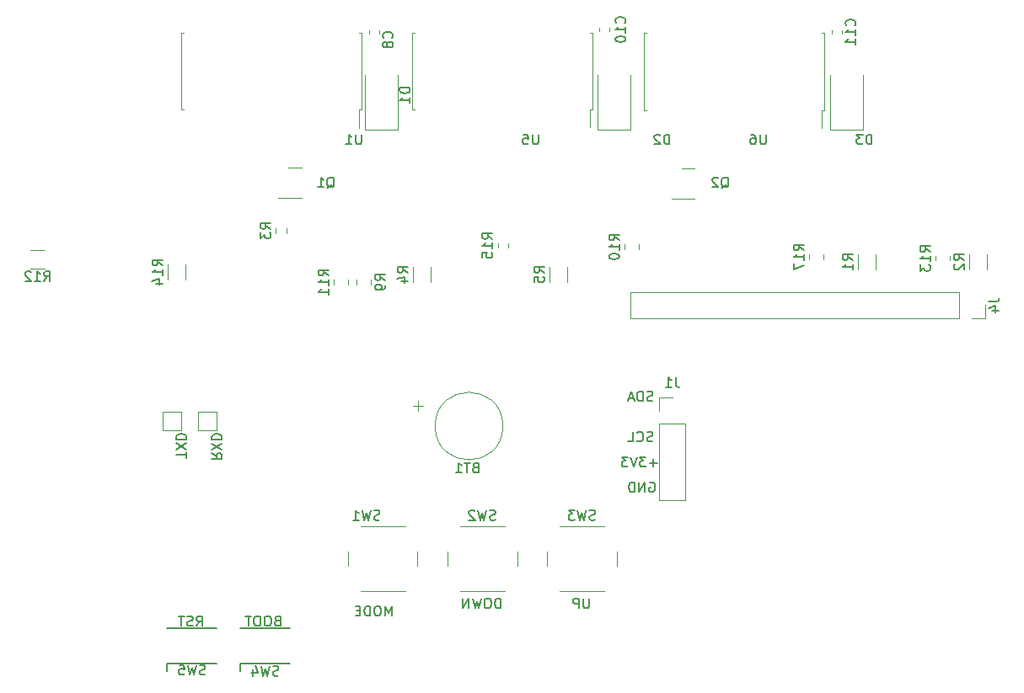
<source format=gbo>
%TF.GenerationSoftware,KiCad,Pcbnew,(7.0.0)*%
%TF.CreationDate,2023-08-29T20:45:16+09:00*%
%TF.ProjectId,IN-16_Nixie_Clock,494e2d31-365f-44e6-9978-69655f436c6f,rev?*%
%TF.SameCoordinates,Original*%
%TF.FileFunction,Legend,Bot*%
%TF.FilePolarity,Positive*%
%FSLAX46Y46*%
G04 Gerber Fmt 4.6, Leading zero omitted, Abs format (unit mm)*
G04 Created by KiCad (PCBNEW (7.0.0)) date 2023-08-29 20:45:16*
%MOMM*%
%LPD*%
G01*
G04 APERTURE LIST*
%ADD10C,0.150000*%
%ADD11C,0.120000*%
G04 APERTURE END LIST*
D10*
X115585904Y-93381428D02*
X114824000Y-93381428D01*
X115204952Y-93762380D02*
X115204952Y-93000476D01*
X114443047Y-92762380D02*
X113824000Y-92762380D01*
X113824000Y-92762380D02*
X114157333Y-93143333D01*
X114157333Y-93143333D02*
X114014476Y-93143333D01*
X114014476Y-93143333D02*
X113919238Y-93190952D01*
X113919238Y-93190952D02*
X113871619Y-93238571D01*
X113871619Y-93238571D02*
X113824000Y-93333809D01*
X113824000Y-93333809D02*
X113824000Y-93571904D01*
X113824000Y-93571904D02*
X113871619Y-93667142D01*
X113871619Y-93667142D02*
X113919238Y-93714761D01*
X113919238Y-93714761D02*
X114014476Y-93762380D01*
X114014476Y-93762380D02*
X114300190Y-93762380D01*
X114300190Y-93762380D02*
X114395428Y-93714761D01*
X114395428Y-93714761D02*
X114443047Y-93667142D01*
X113538285Y-92762380D02*
X113204952Y-93762380D01*
X113204952Y-93762380D02*
X112871619Y-92762380D01*
X112633523Y-92762380D02*
X112014476Y-92762380D01*
X112014476Y-92762380D02*
X112347809Y-93143333D01*
X112347809Y-93143333D02*
X112204952Y-93143333D01*
X112204952Y-93143333D02*
X112109714Y-93190952D01*
X112109714Y-93190952D02*
X112062095Y-93238571D01*
X112062095Y-93238571D02*
X112014476Y-93333809D01*
X112014476Y-93333809D02*
X112014476Y-93571904D01*
X112014476Y-93571904D02*
X112062095Y-93667142D01*
X112062095Y-93667142D02*
X112109714Y-93714761D01*
X112109714Y-93714761D02*
X112204952Y-93762380D01*
X112204952Y-93762380D02*
X112490666Y-93762380D01*
X112490666Y-93762380D02*
X112585904Y-93714761D01*
X112585904Y-93714761D02*
X112633523Y-93667142D01*
X77406571Y-109240571D02*
X77263714Y-109288190D01*
X77263714Y-109288190D02*
X77216095Y-109335809D01*
X77216095Y-109335809D02*
X77168476Y-109431047D01*
X77168476Y-109431047D02*
X77168476Y-109573904D01*
X77168476Y-109573904D02*
X77216095Y-109669142D01*
X77216095Y-109669142D02*
X77263714Y-109716761D01*
X77263714Y-109716761D02*
X77358952Y-109764380D01*
X77358952Y-109764380D02*
X77739904Y-109764380D01*
X77739904Y-109764380D02*
X77739904Y-108764380D01*
X77739904Y-108764380D02*
X77406571Y-108764380D01*
X77406571Y-108764380D02*
X77311333Y-108812000D01*
X77311333Y-108812000D02*
X77263714Y-108859619D01*
X77263714Y-108859619D02*
X77216095Y-108954857D01*
X77216095Y-108954857D02*
X77216095Y-109050095D01*
X77216095Y-109050095D02*
X77263714Y-109145333D01*
X77263714Y-109145333D02*
X77311333Y-109192952D01*
X77311333Y-109192952D02*
X77406571Y-109240571D01*
X77406571Y-109240571D02*
X77739904Y-109240571D01*
X76549428Y-108764380D02*
X76358952Y-108764380D01*
X76358952Y-108764380D02*
X76263714Y-108812000D01*
X76263714Y-108812000D02*
X76168476Y-108907238D01*
X76168476Y-108907238D02*
X76120857Y-109097714D01*
X76120857Y-109097714D02*
X76120857Y-109431047D01*
X76120857Y-109431047D02*
X76168476Y-109621523D01*
X76168476Y-109621523D02*
X76263714Y-109716761D01*
X76263714Y-109716761D02*
X76358952Y-109764380D01*
X76358952Y-109764380D02*
X76549428Y-109764380D01*
X76549428Y-109764380D02*
X76644666Y-109716761D01*
X76644666Y-109716761D02*
X76739904Y-109621523D01*
X76739904Y-109621523D02*
X76787523Y-109431047D01*
X76787523Y-109431047D02*
X76787523Y-109097714D01*
X76787523Y-109097714D02*
X76739904Y-108907238D01*
X76739904Y-108907238D02*
X76644666Y-108812000D01*
X76644666Y-108812000D02*
X76549428Y-108764380D01*
X75501809Y-108764380D02*
X75311333Y-108764380D01*
X75311333Y-108764380D02*
X75216095Y-108812000D01*
X75216095Y-108812000D02*
X75120857Y-108907238D01*
X75120857Y-108907238D02*
X75073238Y-109097714D01*
X75073238Y-109097714D02*
X75073238Y-109431047D01*
X75073238Y-109431047D02*
X75120857Y-109621523D01*
X75120857Y-109621523D02*
X75216095Y-109716761D01*
X75216095Y-109716761D02*
X75311333Y-109764380D01*
X75311333Y-109764380D02*
X75501809Y-109764380D01*
X75501809Y-109764380D02*
X75597047Y-109716761D01*
X75597047Y-109716761D02*
X75692285Y-109621523D01*
X75692285Y-109621523D02*
X75739904Y-109431047D01*
X75739904Y-109431047D02*
X75739904Y-109097714D01*
X75739904Y-109097714D02*
X75692285Y-108907238D01*
X75692285Y-108907238D02*
X75597047Y-108812000D01*
X75597047Y-108812000D02*
X75501809Y-108764380D01*
X74787523Y-108764380D02*
X74216095Y-108764380D01*
X74501809Y-109764380D02*
X74501809Y-108764380D01*
X114808095Y-95350000D02*
X114903333Y-95302380D01*
X114903333Y-95302380D02*
X115046190Y-95302380D01*
X115046190Y-95302380D02*
X115189047Y-95350000D01*
X115189047Y-95350000D02*
X115284285Y-95445238D01*
X115284285Y-95445238D02*
X115331904Y-95540476D01*
X115331904Y-95540476D02*
X115379523Y-95730952D01*
X115379523Y-95730952D02*
X115379523Y-95873809D01*
X115379523Y-95873809D02*
X115331904Y-96064285D01*
X115331904Y-96064285D02*
X115284285Y-96159523D01*
X115284285Y-96159523D02*
X115189047Y-96254761D01*
X115189047Y-96254761D02*
X115046190Y-96302380D01*
X115046190Y-96302380D02*
X114950952Y-96302380D01*
X114950952Y-96302380D02*
X114808095Y-96254761D01*
X114808095Y-96254761D02*
X114760476Y-96207142D01*
X114760476Y-96207142D02*
X114760476Y-95873809D01*
X114760476Y-95873809D02*
X114950952Y-95873809D01*
X114331904Y-96302380D02*
X114331904Y-95302380D01*
X114331904Y-95302380D02*
X113760476Y-96302380D01*
X113760476Y-96302380D02*
X113760476Y-95302380D01*
X113284285Y-96302380D02*
X113284285Y-95302380D01*
X113284285Y-95302380D02*
X113046190Y-95302380D01*
X113046190Y-95302380D02*
X112903333Y-95350000D01*
X112903333Y-95350000D02*
X112808095Y-95445238D01*
X112808095Y-95445238D02*
X112760476Y-95540476D01*
X112760476Y-95540476D02*
X112712857Y-95730952D01*
X112712857Y-95730952D02*
X112712857Y-95873809D01*
X112712857Y-95873809D02*
X112760476Y-96064285D01*
X112760476Y-96064285D02*
X112808095Y-96159523D01*
X112808095Y-96159523D02*
X112903333Y-96254761D01*
X112903333Y-96254761D02*
X113046190Y-96302380D01*
X113046190Y-96302380D02*
X113284285Y-96302380D01*
X115125523Y-87110761D02*
X114982666Y-87158380D01*
X114982666Y-87158380D02*
X114744571Y-87158380D01*
X114744571Y-87158380D02*
X114649333Y-87110761D01*
X114649333Y-87110761D02*
X114601714Y-87063142D01*
X114601714Y-87063142D02*
X114554095Y-86967904D01*
X114554095Y-86967904D02*
X114554095Y-86872666D01*
X114554095Y-86872666D02*
X114601714Y-86777428D01*
X114601714Y-86777428D02*
X114649333Y-86729809D01*
X114649333Y-86729809D02*
X114744571Y-86682190D01*
X114744571Y-86682190D02*
X114935047Y-86634571D01*
X114935047Y-86634571D02*
X115030285Y-86586952D01*
X115030285Y-86586952D02*
X115077904Y-86539333D01*
X115077904Y-86539333D02*
X115125523Y-86444095D01*
X115125523Y-86444095D02*
X115125523Y-86348857D01*
X115125523Y-86348857D02*
X115077904Y-86253619D01*
X115077904Y-86253619D02*
X115030285Y-86206000D01*
X115030285Y-86206000D02*
X114935047Y-86158380D01*
X114935047Y-86158380D02*
X114696952Y-86158380D01*
X114696952Y-86158380D02*
X114554095Y-86206000D01*
X114125523Y-87158380D02*
X114125523Y-86158380D01*
X114125523Y-86158380D02*
X113887428Y-86158380D01*
X113887428Y-86158380D02*
X113744571Y-86206000D01*
X113744571Y-86206000D02*
X113649333Y-86301238D01*
X113649333Y-86301238D02*
X113601714Y-86396476D01*
X113601714Y-86396476D02*
X113554095Y-86586952D01*
X113554095Y-86586952D02*
X113554095Y-86729809D01*
X113554095Y-86729809D02*
X113601714Y-86920285D01*
X113601714Y-86920285D02*
X113649333Y-87015523D01*
X113649333Y-87015523D02*
X113744571Y-87110761D01*
X113744571Y-87110761D02*
X113887428Y-87158380D01*
X113887428Y-87158380D02*
X114125523Y-87158380D01*
X113173142Y-86872666D02*
X112696952Y-86872666D01*
X113268380Y-87158380D02*
X112935047Y-86158380D01*
X112935047Y-86158380D02*
X112601714Y-87158380D01*
X68273619Y-92868761D02*
X68273619Y-92297333D01*
X67273619Y-92583047D02*
X68273619Y-92583047D01*
X68273619Y-92059237D02*
X67273619Y-91392571D01*
X68273619Y-91392571D02*
X67273619Y-92059237D01*
X67273619Y-91011618D02*
X68273619Y-91011618D01*
X68273619Y-91011618D02*
X68273619Y-90773523D01*
X68273619Y-90773523D02*
X68226000Y-90630666D01*
X68226000Y-90630666D02*
X68130761Y-90535428D01*
X68130761Y-90535428D02*
X68035523Y-90487809D01*
X68035523Y-90487809D02*
X67845047Y-90440190D01*
X67845047Y-90440190D02*
X67702190Y-90440190D01*
X67702190Y-90440190D02*
X67511714Y-90487809D01*
X67511714Y-90487809D02*
X67416476Y-90535428D01*
X67416476Y-90535428D02*
X67321238Y-90630666D01*
X67321238Y-90630666D02*
X67273619Y-90773523D01*
X67273619Y-90773523D02*
X67273619Y-91011618D01*
X69294476Y-109764380D02*
X69627809Y-109288190D01*
X69865904Y-109764380D02*
X69865904Y-108764380D01*
X69865904Y-108764380D02*
X69484952Y-108764380D01*
X69484952Y-108764380D02*
X69389714Y-108812000D01*
X69389714Y-108812000D02*
X69342095Y-108859619D01*
X69342095Y-108859619D02*
X69294476Y-108954857D01*
X69294476Y-108954857D02*
X69294476Y-109097714D01*
X69294476Y-109097714D02*
X69342095Y-109192952D01*
X69342095Y-109192952D02*
X69389714Y-109240571D01*
X69389714Y-109240571D02*
X69484952Y-109288190D01*
X69484952Y-109288190D02*
X69865904Y-109288190D01*
X68913523Y-109716761D02*
X68770666Y-109764380D01*
X68770666Y-109764380D02*
X68532571Y-109764380D01*
X68532571Y-109764380D02*
X68437333Y-109716761D01*
X68437333Y-109716761D02*
X68389714Y-109669142D01*
X68389714Y-109669142D02*
X68342095Y-109573904D01*
X68342095Y-109573904D02*
X68342095Y-109478666D01*
X68342095Y-109478666D02*
X68389714Y-109383428D01*
X68389714Y-109383428D02*
X68437333Y-109335809D01*
X68437333Y-109335809D02*
X68532571Y-109288190D01*
X68532571Y-109288190D02*
X68723047Y-109240571D01*
X68723047Y-109240571D02*
X68818285Y-109192952D01*
X68818285Y-109192952D02*
X68865904Y-109145333D01*
X68865904Y-109145333D02*
X68913523Y-109050095D01*
X68913523Y-109050095D02*
X68913523Y-108954857D01*
X68913523Y-108954857D02*
X68865904Y-108859619D01*
X68865904Y-108859619D02*
X68818285Y-108812000D01*
X68818285Y-108812000D02*
X68723047Y-108764380D01*
X68723047Y-108764380D02*
X68484952Y-108764380D01*
X68484952Y-108764380D02*
X68342095Y-108812000D01*
X68056380Y-108764380D02*
X67484952Y-108764380D01*
X67770666Y-109764380D02*
X67770666Y-108764380D01*
X70829619Y-92408476D02*
X71305809Y-92741809D01*
X70829619Y-92979904D02*
X71829619Y-92979904D01*
X71829619Y-92979904D02*
X71829619Y-92598952D01*
X71829619Y-92598952D02*
X71782000Y-92503714D01*
X71782000Y-92503714D02*
X71734380Y-92456095D01*
X71734380Y-92456095D02*
X71639142Y-92408476D01*
X71639142Y-92408476D02*
X71496285Y-92408476D01*
X71496285Y-92408476D02*
X71401047Y-92456095D01*
X71401047Y-92456095D02*
X71353428Y-92503714D01*
X71353428Y-92503714D02*
X71305809Y-92598952D01*
X71305809Y-92598952D02*
X71305809Y-92979904D01*
X71829619Y-92075142D02*
X70829619Y-91408476D01*
X71829619Y-91408476D02*
X70829619Y-92075142D01*
X70829619Y-91027523D02*
X71829619Y-91027523D01*
X71829619Y-91027523D02*
X71829619Y-90789428D01*
X71829619Y-90789428D02*
X71782000Y-90646571D01*
X71782000Y-90646571D02*
X71686761Y-90551333D01*
X71686761Y-90551333D02*
X71591523Y-90503714D01*
X71591523Y-90503714D02*
X71401047Y-90456095D01*
X71401047Y-90456095D02*
X71258190Y-90456095D01*
X71258190Y-90456095D02*
X71067714Y-90503714D01*
X71067714Y-90503714D02*
X70972476Y-90551333D01*
X70972476Y-90551333D02*
X70877238Y-90646571D01*
X70877238Y-90646571D02*
X70829619Y-90789428D01*
X70829619Y-90789428D02*
X70829619Y-91027523D01*
X108727904Y-106986380D02*
X108727904Y-107795904D01*
X108727904Y-107795904D02*
X108680285Y-107891142D01*
X108680285Y-107891142D02*
X108632666Y-107938761D01*
X108632666Y-107938761D02*
X108537428Y-107986380D01*
X108537428Y-107986380D02*
X108346952Y-107986380D01*
X108346952Y-107986380D02*
X108251714Y-107938761D01*
X108251714Y-107938761D02*
X108204095Y-107891142D01*
X108204095Y-107891142D02*
X108156476Y-107795904D01*
X108156476Y-107795904D02*
X108156476Y-106986380D01*
X107680285Y-107986380D02*
X107680285Y-106986380D01*
X107680285Y-106986380D02*
X107299333Y-106986380D01*
X107299333Y-106986380D02*
X107204095Y-107034000D01*
X107204095Y-107034000D02*
X107156476Y-107081619D01*
X107156476Y-107081619D02*
X107108857Y-107176857D01*
X107108857Y-107176857D02*
X107108857Y-107319714D01*
X107108857Y-107319714D02*
X107156476Y-107414952D01*
X107156476Y-107414952D02*
X107204095Y-107462571D01*
X107204095Y-107462571D02*
X107299333Y-107510190D01*
X107299333Y-107510190D02*
X107680285Y-107510190D01*
X115125523Y-91174761D02*
X114982666Y-91222380D01*
X114982666Y-91222380D02*
X114744571Y-91222380D01*
X114744571Y-91222380D02*
X114649333Y-91174761D01*
X114649333Y-91174761D02*
X114601714Y-91127142D01*
X114601714Y-91127142D02*
X114554095Y-91031904D01*
X114554095Y-91031904D02*
X114554095Y-90936666D01*
X114554095Y-90936666D02*
X114601714Y-90841428D01*
X114601714Y-90841428D02*
X114649333Y-90793809D01*
X114649333Y-90793809D02*
X114744571Y-90746190D01*
X114744571Y-90746190D02*
X114935047Y-90698571D01*
X114935047Y-90698571D02*
X115030285Y-90650952D01*
X115030285Y-90650952D02*
X115077904Y-90603333D01*
X115077904Y-90603333D02*
X115125523Y-90508095D01*
X115125523Y-90508095D02*
X115125523Y-90412857D01*
X115125523Y-90412857D02*
X115077904Y-90317619D01*
X115077904Y-90317619D02*
X115030285Y-90270000D01*
X115030285Y-90270000D02*
X114935047Y-90222380D01*
X114935047Y-90222380D02*
X114696952Y-90222380D01*
X114696952Y-90222380D02*
X114554095Y-90270000D01*
X113554095Y-91127142D02*
X113601714Y-91174761D01*
X113601714Y-91174761D02*
X113744571Y-91222380D01*
X113744571Y-91222380D02*
X113839809Y-91222380D01*
X113839809Y-91222380D02*
X113982666Y-91174761D01*
X113982666Y-91174761D02*
X114077904Y-91079523D01*
X114077904Y-91079523D02*
X114125523Y-90984285D01*
X114125523Y-90984285D02*
X114173142Y-90793809D01*
X114173142Y-90793809D02*
X114173142Y-90650952D01*
X114173142Y-90650952D02*
X114125523Y-90460476D01*
X114125523Y-90460476D02*
X114077904Y-90365238D01*
X114077904Y-90365238D02*
X113982666Y-90270000D01*
X113982666Y-90270000D02*
X113839809Y-90222380D01*
X113839809Y-90222380D02*
X113744571Y-90222380D01*
X113744571Y-90222380D02*
X113601714Y-90270000D01*
X113601714Y-90270000D02*
X113554095Y-90317619D01*
X112649333Y-91222380D02*
X113125523Y-91222380D01*
X113125523Y-91222380D02*
X113125523Y-90222380D01*
X88915904Y-108748380D02*
X88915904Y-107748380D01*
X88915904Y-107748380D02*
X88582571Y-108462666D01*
X88582571Y-108462666D02*
X88249238Y-107748380D01*
X88249238Y-107748380D02*
X88249238Y-108748380D01*
X87582571Y-107748380D02*
X87392095Y-107748380D01*
X87392095Y-107748380D02*
X87296857Y-107796000D01*
X87296857Y-107796000D02*
X87201619Y-107891238D01*
X87201619Y-107891238D02*
X87154000Y-108081714D01*
X87154000Y-108081714D02*
X87154000Y-108415047D01*
X87154000Y-108415047D02*
X87201619Y-108605523D01*
X87201619Y-108605523D02*
X87296857Y-108700761D01*
X87296857Y-108700761D02*
X87392095Y-108748380D01*
X87392095Y-108748380D02*
X87582571Y-108748380D01*
X87582571Y-108748380D02*
X87677809Y-108700761D01*
X87677809Y-108700761D02*
X87773047Y-108605523D01*
X87773047Y-108605523D02*
X87820666Y-108415047D01*
X87820666Y-108415047D02*
X87820666Y-108081714D01*
X87820666Y-108081714D02*
X87773047Y-107891238D01*
X87773047Y-107891238D02*
X87677809Y-107796000D01*
X87677809Y-107796000D02*
X87582571Y-107748380D01*
X86725428Y-108748380D02*
X86725428Y-107748380D01*
X86725428Y-107748380D02*
X86487333Y-107748380D01*
X86487333Y-107748380D02*
X86344476Y-107796000D01*
X86344476Y-107796000D02*
X86249238Y-107891238D01*
X86249238Y-107891238D02*
X86201619Y-107986476D01*
X86201619Y-107986476D02*
X86154000Y-108176952D01*
X86154000Y-108176952D02*
X86154000Y-108319809D01*
X86154000Y-108319809D02*
X86201619Y-108510285D01*
X86201619Y-108510285D02*
X86249238Y-108605523D01*
X86249238Y-108605523D02*
X86344476Y-108700761D01*
X86344476Y-108700761D02*
X86487333Y-108748380D01*
X86487333Y-108748380D02*
X86725428Y-108748380D01*
X85725428Y-108224571D02*
X85392095Y-108224571D01*
X85249238Y-108748380D02*
X85725428Y-108748380D01*
X85725428Y-108748380D02*
X85725428Y-107748380D01*
X85725428Y-107748380D02*
X85249238Y-107748380D01*
X99837904Y-107986380D02*
X99837904Y-106986380D01*
X99837904Y-106986380D02*
X99599809Y-106986380D01*
X99599809Y-106986380D02*
X99456952Y-107034000D01*
X99456952Y-107034000D02*
X99361714Y-107129238D01*
X99361714Y-107129238D02*
X99314095Y-107224476D01*
X99314095Y-107224476D02*
X99266476Y-107414952D01*
X99266476Y-107414952D02*
X99266476Y-107557809D01*
X99266476Y-107557809D02*
X99314095Y-107748285D01*
X99314095Y-107748285D02*
X99361714Y-107843523D01*
X99361714Y-107843523D02*
X99456952Y-107938761D01*
X99456952Y-107938761D02*
X99599809Y-107986380D01*
X99599809Y-107986380D02*
X99837904Y-107986380D01*
X98647428Y-106986380D02*
X98456952Y-106986380D01*
X98456952Y-106986380D02*
X98361714Y-107034000D01*
X98361714Y-107034000D02*
X98266476Y-107129238D01*
X98266476Y-107129238D02*
X98218857Y-107319714D01*
X98218857Y-107319714D02*
X98218857Y-107653047D01*
X98218857Y-107653047D02*
X98266476Y-107843523D01*
X98266476Y-107843523D02*
X98361714Y-107938761D01*
X98361714Y-107938761D02*
X98456952Y-107986380D01*
X98456952Y-107986380D02*
X98647428Y-107986380D01*
X98647428Y-107986380D02*
X98742666Y-107938761D01*
X98742666Y-107938761D02*
X98837904Y-107843523D01*
X98837904Y-107843523D02*
X98885523Y-107653047D01*
X98885523Y-107653047D02*
X98885523Y-107319714D01*
X98885523Y-107319714D02*
X98837904Y-107129238D01*
X98837904Y-107129238D02*
X98742666Y-107034000D01*
X98742666Y-107034000D02*
X98647428Y-106986380D01*
X97885523Y-106986380D02*
X97647428Y-107986380D01*
X97647428Y-107986380D02*
X97456952Y-107272095D01*
X97456952Y-107272095D02*
X97266476Y-107986380D01*
X97266476Y-107986380D02*
X97028381Y-106986380D01*
X96647428Y-107986380D02*
X96647428Y-106986380D01*
X96647428Y-106986380D02*
X96076000Y-107986380D01*
X96076000Y-107986380D02*
X96076000Y-106986380D01*
%TO.C,BT1*%
X97305714Y-93823571D02*
X97162857Y-93871190D01*
X97162857Y-93871190D02*
X97115238Y-93918809D01*
X97115238Y-93918809D02*
X97067619Y-94014047D01*
X97067619Y-94014047D02*
X97067619Y-94156904D01*
X97067619Y-94156904D02*
X97115238Y-94252142D01*
X97115238Y-94252142D02*
X97162857Y-94299761D01*
X97162857Y-94299761D02*
X97258095Y-94347380D01*
X97258095Y-94347380D02*
X97639047Y-94347380D01*
X97639047Y-94347380D02*
X97639047Y-93347380D01*
X97639047Y-93347380D02*
X97305714Y-93347380D01*
X97305714Y-93347380D02*
X97210476Y-93395000D01*
X97210476Y-93395000D02*
X97162857Y-93442619D01*
X97162857Y-93442619D02*
X97115238Y-93537857D01*
X97115238Y-93537857D02*
X97115238Y-93633095D01*
X97115238Y-93633095D02*
X97162857Y-93728333D01*
X97162857Y-93728333D02*
X97210476Y-93775952D01*
X97210476Y-93775952D02*
X97305714Y-93823571D01*
X97305714Y-93823571D02*
X97639047Y-93823571D01*
X96781904Y-93347380D02*
X96210476Y-93347380D01*
X96496190Y-94347380D02*
X96496190Y-93347380D01*
X95353333Y-94347380D02*
X95924761Y-94347380D01*
X95639047Y-94347380D02*
X95639047Y-93347380D01*
X95639047Y-93347380D02*
X95734285Y-93490238D01*
X95734285Y-93490238D02*
X95829523Y-93585476D01*
X95829523Y-93585476D02*
X95924761Y-93633095D01*
%TO.C,SW3*%
X109333332Y-99069761D02*
X109190475Y-99117380D01*
X109190475Y-99117380D02*
X108952380Y-99117380D01*
X108952380Y-99117380D02*
X108857142Y-99069761D01*
X108857142Y-99069761D02*
X108809523Y-99022142D01*
X108809523Y-99022142D02*
X108761904Y-98926904D01*
X108761904Y-98926904D02*
X108761904Y-98831666D01*
X108761904Y-98831666D02*
X108809523Y-98736428D01*
X108809523Y-98736428D02*
X108857142Y-98688809D01*
X108857142Y-98688809D02*
X108952380Y-98641190D01*
X108952380Y-98641190D02*
X109142856Y-98593571D01*
X109142856Y-98593571D02*
X109238094Y-98545952D01*
X109238094Y-98545952D02*
X109285713Y-98498333D01*
X109285713Y-98498333D02*
X109333332Y-98403095D01*
X109333332Y-98403095D02*
X109333332Y-98307857D01*
X109333332Y-98307857D02*
X109285713Y-98212619D01*
X109285713Y-98212619D02*
X109238094Y-98165000D01*
X109238094Y-98165000D02*
X109142856Y-98117380D01*
X109142856Y-98117380D02*
X108904761Y-98117380D01*
X108904761Y-98117380D02*
X108761904Y-98165000D01*
X108428570Y-98117380D02*
X108190475Y-99117380D01*
X108190475Y-99117380D02*
X107999999Y-98403095D01*
X107999999Y-98403095D02*
X107809523Y-99117380D01*
X107809523Y-99117380D02*
X107571428Y-98117380D01*
X107285713Y-98117380D02*
X106666666Y-98117380D01*
X106666666Y-98117380D02*
X106999999Y-98498333D01*
X106999999Y-98498333D02*
X106857142Y-98498333D01*
X106857142Y-98498333D02*
X106761904Y-98545952D01*
X106761904Y-98545952D02*
X106714285Y-98593571D01*
X106714285Y-98593571D02*
X106666666Y-98688809D01*
X106666666Y-98688809D02*
X106666666Y-98926904D01*
X106666666Y-98926904D02*
X106714285Y-99022142D01*
X106714285Y-99022142D02*
X106761904Y-99069761D01*
X106761904Y-99069761D02*
X106857142Y-99117380D01*
X106857142Y-99117380D02*
X107142856Y-99117380D01*
X107142856Y-99117380D02*
X107238094Y-99069761D01*
X107238094Y-99069761D02*
X107285713Y-99022142D01*
%TO.C,SW4*%
X77533332Y-114719761D02*
X77390475Y-114767380D01*
X77390475Y-114767380D02*
X77152380Y-114767380D01*
X77152380Y-114767380D02*
X77057142Y-114719761D01*
X77057142Y-114719761D02*
X77009523Y-114672142D01*
X77009523Y-114672142D02*
X76961904Y-114576904D01*
X76961904Y-114576904D02*
X76961904Y-114481666D01*
X76961904Y-114481666D02*
X77009523Y-114386428D01*
X77009523Y-114386428D02*
X77057142Y-114338809D01*
X77057142Y-114338809D02*
X77152380Y-114291190D01*
X77152380Y-114291190D02*
X77342856Y-114243571D01*
X77342856Y-114243571D02*
X77438094Y-114195952D01*
X77438094Y-114195952D02*
X77485713Y-114148333D01*
X77485713Y-114148333D02*
X77533332Y-114053095D01*
X77533332Y-114053095D02*
X77533332Y-113957857D01*
X77533332Y-113957857D02*
X77485713Y-113862619D01*
X77485713Y-113862619D02*
X77438094Y-113815000D01*
X77438094Y-113815000D02*
X77342856Y-113767380D01*
X77342856Y-113767380D02*
X77104761Y-113767380D01*
X77104761Y-113767380D02*
X76961904Y-113815000D01*
X76628570Y-113767380D02*
X76390475Y-114767380D01*
X76390475Y-114767380D02*
X76199999Y-114053095D01*
X76199999Y-114053095D02*
X76009523Y-114767380D01*
X76009523Y-114767380D02*
X75771428Y-113767380D01*
X74961904Y-114100714D02*
X74961904Y-114767380D01*
X75199999Y-113719761D02*
X75438094Y-114434047D01*
X75438094Y-114434047D02*
X74819047Y-114434047D01*
%TO.C,R2*%
X146375380Y-72985333D02*
X145899190Y-72652000D01*
X146375380Y-72413905D02*
X145375380Y-72413905D01*
X145375380Y-72413905D02*
X145375380Y-72794857D01*
X145375380Y-72794857D02*
X145423000Y-72890095D01*
X145423000Y-72890095D02*
X145470619Y-72937714D01*
X145470619Y-72937714D02*
X145565857Y-72985333D01*
X145565857Y-72985333D02*
X145708714Y-72985333D01*
X145708714Y-72985333D02*
X145803952Y-72937714D01*
X145803952Y-72937714D02*
X145851571Y-72890095D01*
X145851571Y-72890095D02*
X145899190Y-72794857D01*
X145899190Y-72794857D02*
X145899190Y-72413905D01*
X145470619Y-73366286D02*
X145423000Y-73413905D01*
X145423000Y-73413905D02*
X145375380Y-73509143D01*
X145375380Y-73509143D02*
X145375380Y-73747238D01*
X145375380Y-73747238D02*
X145423000Y-73842476D01*
X145423000Y-73842476D02*
X145470619Y-73890095D01*
X145470619Y-73890095D02*
X145565857Y-73937714D01*
X145565857Y-73937714D02*
X145661095Y-73937714D01*
X145661095Y-73937714D02*
X145803952Y-73890095D01*
X145803952Y-73890095D02*
X146375380Y-73318667D01*
X146375380Y-73318667D02*
X146375380Y-73937714D01*
%TO.C,SW2*%
X99333332Y-99069761D02*
X99190475Y-99117380D01*
X99190475Y-99117380D02*
X98952380Y-99117380D01*
X98952380Y-99117380D02*
X98857142Y-99069761D01*
X98857142Y-99069761D02*
X98809523Y-99022142D01*
X98809523Y-99022142D02*
X98761904Y-98926904D01*
X98761904Y-98926904D02*
X98761904Y-98831666D01*
X98761904Y-98831666D02*
X98809523Y-98736428D01*
X98809523Y-98736428D02*
X98857142Y-98688809D01*
X98857142Y-98688809D02*
X98952380Y-98641190D01*
X98952380Y-98641190D02*
X99142856Y-98593571D01*
X99142856Y-98593571D02*
X99238094Y-98545952D01*
X99238094Y-98545952D02*
X99285713Y-98498333D01*
X99285713Y-98498333D02*
X99333332Y-98403095D01*
X99333332Y-98403095D02*
X99333332Y-98307857D01*
X99333332Y-98307857D02*
X99285713Y-98212619D01*
X99285713Y-98212619D02*
X99238094Y-98165000D01*
X99238094Y-98165000D02*
X99142856Y-98117380D01*
X99142856Y-98117380D02*
X98904761Y-98117380D01*
X98904761Y-98117380D02*
X98761904Y-98165000D01*
X98428570Y-98117380D02*
X98190475Y-99117380D01*
X98190475Y-99117380D02*
X97999999Y-98403095D01*
X97999999Y-98403095D02*
X97809523Y-99117380D01*
X97809523Y-99117380D02*
X97571428Y-98117380D01*
X97238094Y-98212619D02*
X97190475Y-98165000D01*
X97190475Y-98165000D02*
X97095237Y-98117380D01*
X97095237Y-98117380D02*
X96857142Y-98117380D01*
X96857142Y-98117380D02*
X96761904Y-98165000D01*
X96761904Y-98165000D02*
X96714285Y-98212619D01*
X96714285Y-98212619D02*
X96666666Y-98307857D01*
X96666666Y-98307857D02*
X96666666Y-98403095D01*
X96666666Y-98403095D02*
X96714285Y-98545952D01*
X96714285Y-98545952D02*
X97285713Y-99117380D01*
X97285713Y-99117380D02*
X96666666Y-99117380D01*
%TO.C,D3*%
X137136094Y-61327380D02*
X137136094Y-60327380D01*
X137136094Y-60327380D02*
X136897999Y-60327380D01*
X136897999Y-60327380D02*
X136755142Y-60375000D01*
X136755142Y-60375000D02*
X136659904Y-60470238D01*
X136659904Y-60470238D02*
X136612285Y-60565476D01*
X136612285Y-60565476D02*
X136564666Y-60755952D01*
X136564666Y-60755952D02*
X136564666Y-60898809D01*
X136564666Y-60898809D02*
X136612285Y-61089285D01*
X136612285Y-61089285D02*
X136659904Y-61184523D01*
X136659904Y-61184523D02*
X136755142Y-61279761D01*
X136755142Y-61279761D02*
X136897999Y-61327380D01*
X136897999Y-61327380D02*
X137136094Y-61327380D01*
X136231332Y-60327380D02*
X135612285Y-60327380D01*
X135612285Y-60327380D02*
X135945618Y-60708333D01*
X135945618Y-60708333D02*
X135802761Y-60708333D01*
X135802761Y-60708333D02*
X135707523Y-60755952D01*
X135707523Y-60755952D02*
X135659904Y-60803571D01*
X135659904Y-60803571D02*
X135612285Y-60898809D01*
X135612285Y-60898809D02*
X135612285Y-61136904D01*
X135612285Y-61136904D02*
X135659904Y-61232142D01*
X135659904Y-61232142D02*
X135707523Y-61279761D01*
X135707523Y-61279761D02*
X135802761Y-61327380D01*
X135802761Y-61327380D02*
X136088475Y-61327380D01*
X136088475Y-61327380D02*
X136183713Y-61279761D01*
X136183713Y-61279761D02*
X136231332Y-61232142D01*
%TO.C,SW1*%
X87693332Y-99069761D02*
X87550475Y-99117380D01*
X87550475Y-99117380D02*
X87312380Y-99117380D01*
X87312380Y-99117380D02*
X87217142Y-99069761D01*
X87217142Y-99069761D02*
X87169523Y-99022142D01*
X87169523Y-99022142D02*
X87121904Y-98926904D01*
X87121904Y-98926904D02*
X87121904Y-98831666D01*
X87121904Y-98831666D02*
X87169523Y-98736428D01*
X87169523Y-98736428D02*
X87217142Y-98688809D01*
X87217142Y-98688809D02*
X87312380Y-98641190D01*
X87312380Y-98641190D02*
X87502856Y-98593571D01*
X87502856Y-98593571D02*
X87598094Y-98545952D01*
X87598094Y-98545952D02*
X87645713Y-98498333D01*
X87645713Y-98498333D02*
X87693332Y-98403095D01*
X87693332Y-98403095D02*
X87693332Y-98307857D01*
X87693332Y-98307857D02*
X87645713Y-98212619D01*
X87645713Y-98212619D02*
X87598094Y-98165000D01*
X87598094Y-98165000D02*
X87502856Y-98117380D01*
X87502856Y-98117380D02*
X87264761Y-98117380D01*
X87264761Y-98117380D02*
X87121904Y-98165000D01*
X86788570Y-98117380D02*
X86550475Y-99117380D01*
X86550475Y-99117380D02*
X86359999Y-98403095D01*
X86359999Y-98403095D02*
X86169523Y-99117380D01*
X86169523Y-99117380D02*
X85931428Y-98117380D01*
X85026666Y-99117380D02*
X85598094Y-99117380D01*
X85312380Y-99117380D02*
X85312380Y-98117380D01*
X85312380Y-98117380D02*
X85407618Y-98260238D01*
X85407618Y-98260238D02*
X85502856Y-98355476D01*
X85502856Y-98355476D02*
X85598094Y-98403095D01*
%TO.C,Q1*%
X82391238Y-65740619D02*
X82486476Y-65693000D01*
X82486476Y-65693000D02*
X82581714Y-65597761D01*
X82581714Y-65597761D02*
X82724571Y-65454904D01*
X82724571Y-65454904D02*
X82819809Y-65407285D01*
X82819809Y-65407285D02*
X82915047Y-65407285D01*
X82867428Y-65645380D02*
X82962666Y-65597761D01*
X82962666Y-65597761D02*
X83057904Y-65502523D01*
X83057904Y-65502523D02*
X83105523Y-65312047D01*
X83105523Y-65312047D02*
X83105523Y-64978714D01*
X83105523Y-64978714D02*
X83057904Y-64788238D01*
X83057904Y-64788238D02*
X82962666Y-64693000D01*
X82962666Y-64693000D02*
X82867428Y-64645380D01*
X82867428Y-64645380D02*
X82676952Y-64645380D01*
X82676952Y-64645380D02*
X82581714Y-64693000D01*
X82581714Y-64693000D02*
X82486476Y-64788238D01*
X82486476Y-64788238D02*
X82438857Y-64978714D01*
X82438857Y-64978714D02*
X82438857Y-65312047D01*
X82438857Y-65312047D02*
X82486476Y-65502523D01*
X82486476Y-65502523D02*
X82581714Y-65597761D01*
X82581714Y-65597761D02*
X82676952Y-65645380D01*
X82676952Y-65645380D02*
X82867428Y-65645380D01*
X81486476Y-65645380D02*
X82057904Y-65645380D01*
X81772190Y-65645380D02*
X81772190Y-64645380D01*
X81772190Y-64645380D02*
X81867428Y-64788238D01*
X81867428Y-64788238D02*
X81962666Y-64883476D01*
X81962666Y-64883476D02*
X82057904Y-64931095D01*
%TO.C,U1*%
X85851904Y-60327380D02*
X85851904Y-61136904D01*
X85851904Y-61136904D02*
X85804285Y-61232142D01*
X85804285Y-61232142D02*
X85756666Y-61279761D01*
X85756666Y-61279761D02*
X85661428Y-61327380D01*
X85661428Y-61327380D02*
X85470952Y-61327380D01*
X85470952Y-61327380D02*
X85375714Y-61279761D01*
X85375714Y-61279761D02*
X85328095Y-61232142D01*
X85328095Y-61232142D02*
X85280476Y-61136904D01*
X85280476Y-61136904D02*
X85280476Y-60327380D01*
X84280476Y-61327380D02*
X84851904Y-61327380D01*
X84566190Y-61327380D02*
X84566190Y-60327380D01*
X84566190Y-60327380D02*
X84661428Y-60470238D01*
X84661428Y-60470238D02*
X84756666Y-60565476D01*
X84756666Y-60565476D02*
X84851904Y-60613095D01*
%TO.C,R4*%
X90495380Y-74255333D02*
X90019190Y-73922000D01*
X90495380Y-73683905D02*
X89495380Y-73683905D01*
X89495380Y-73683905D02*
X89495380Y-74064857D01*
X89495380Y-74064857D02*
X89543000Y-74160095D01*
X89543000Y-74160095D02*
X89590619Y-74207714D01*
X89590619Y-74207714D02*
X89685857Y-74255333D01*
X89685857Y-74255333D02*
X89828714Y-74255333D01*
X89828714Y-74255333D02*
X89923952Y-74207714D01*
X89923952Y-74207714D02*
X89971571Y-74160095D01*
X89971571Y-74160095D02*
X90019190Y-74064857D01*
X90019190Y-74064857D02*
X90019190Y-73683905D01*
X89828714Y-75112476D02*
X90495380Y-75112476D01*
X89447761Y-74874381D02*
X90162047Y-74636286D01*
X90162047Y-74636286D02*
X90162047Y-75255333D01*
%TO.C,C8*%
X88918142Y-50633333D02*
X88965761Y-50585714D01*
X88965761Y-50585714D02*
X89013380Y-50442857D01*
X89013380Y-50442857D02*
X89013380Y-50347619D01*
X89013380Y-50347619D02*
X88965761Y-50204762D01*
X88965761Y-50204762D02*
X88870523Y-50109524D01*
X88870523Y-50109524D02*
X88775285Y-50061905D01*
X88775285Y-50061905D02*
X88584809Y-50014286D01*
X88584809Y-50014286D02*
X88441952Y-50014286D01*
X88441952Y-50014286D02*
X88251476Y-50061905D01*
X88251476Y-50061905D02*
X88156238Y-50109524D01*
X88156238Y-50109524D02*
X88061000Y-50204762D01*
X88061000Y-50204762D02*
X88013380Y-50347619D01*
X88013380Y-50347619D02*
X88013380Y-50442857D01*
X88013380Y-50442857D02*
X88061000Y-50585714D01*
X88061000Y-50585714D02*
X88108619Y-50633333D01*
X88441952Y-51204762D02*
X88394333Y-51109524D01*
X88394333Y-51109524D02*
X88346714Y-51061905D01*
X88346714Y-51061905D02*
X88251476Y-51014286D01*
X88251476Y-51014286D02*
X88203857Y-51014286D01*
X88203857Y-51014286D02*
X88108619Y-51061905D01*
X88108619Y-51061905D02*
X88061000Y-51109524D01*
X88061000Y-51109524D02*
X88013380Y-51204762D01*
X88013380Y-51204762D02*
X88013380Y-51395238D01*
X88013380Y-51395238D02*
X88061000Y-51490476D01*
X88061000Y-51490476D02*
X88108619Y-51538095D01*
X88108619Y-51538095D02*
X88203857Y-51585714D01*
X88203857Y-51585714D02*
X88251476Y-51585714D01*
X88251476Y-51585714D02*
X88346714Y-51538095D01*
X88346714Y-51538095D02*
X88394333Y-51490476D01*
X88394333Y-51490476D02*
X88441952Y-51395238D01*
X88441952Y-51395238D02*
X88441952Y-51204762D01*
X88441952Y-51204762D02*
X88489571Y-51109524D01*
X88489571Y-51109524D02*
X88537190Y-51061905D01*
X88537190Y-51061905D02*
X88632428Y-51014286D01*
X88632428Y-51014286D02*
X88822904Y-51014286D01*
X88822904Y-51014286D02*
X88918142Y-51061905D01*
X88918142Y-51061905D02*
X88965761Y-51109524D01*
X88965761Y-51109524D02*
X89013380Y-51204762D01*
X89013380Y-51204762D02*
X89013380Y-51395238D01*
X89013380Y-51395238D02*
X88965761Y-51490476D01*
X88965761Y-51490476D02*
X88918142Y-51538095D01*
X88918142Y-51538095D02*
X88822904Y-51585714D01*
X88822904Y-51585714D02*
X88632428Y-51585714D01*
X88632428Y-51585714D02*
X88537190Y-51538095D01*
X88537190Y-51538095D02*
X88489571Y-51490476D01*
X88489571Y-51490476D02*
X88441952Y-51395238D01*
%TO.C,R12*%
X53982857Y-75085380D02*
X54316190Y-74609190D01*
X54554285Y-75085380D02*
X54554285Y-74085380D01*
X54554285Y-74085380D02*
X54173333Y-74085380D01*
X54173333Y-74085380D02*
X54078095Y-74133000D01*
X54078095Y-74133000D02*
X54030476Y-74180619D01*
X54030476Y-74180619D02*
X53982857Y-74275857D01*
X53982857Y-74275857D02*
X53982857Y-74418714D01*
X53982857Y-74418714D02*
X54030476Y-74513952D01*
X54030476Y-74513952D02*
X54078095Y-74561571D01*
X54078095Y-74561571D02*
X54173333Y-74609190D01*
X54173333Y-74609190D02*
X54554285Y-74609190D01*
X53030476Y-75085380D02*
X53601904Y-75085380D01*
X53316190Y-75085380D02*
X53316190Y-74085380D01*
X53316190Y-74085380D02*
X53411428Y-74228238D01*
X53411428Y-74228238D02*
X53506666Y-74323476D01*
X53506666Y-74323476D02*
X53601904Y-74371095D01*
X52649523Y-74180619D02*
X52601904Y-74133000D01*
X52601904Y-74133000D02*
X52506666Y-74085380D01*
X52506666Y-74085380D02*
X52268571Y-74085380D01*
X52268571Y-74085380D02*
X52173333Y-74133000D01*
X52173333Y-74133000D02*
X52125714Y-74180619D01*
X52125714Y-74180619D02*
X52078095Y-74275857D01*
X52078095Y-74275857D02*
X52078095Y-74371095D01*
X52078095Y-74371095D02*
X52125714Y-74513952D01*
X52125714Y-74513952D02*
X52697142Y-75085380D01*
X52697142Y-75085380D02*
X52078095Y-75085380D01*
%TO.C,J4*%
X148897380Y-77166666D02*
X149611666Y-77166666D01*
X149611666Y-77166666D02*
X149754523Y-77119047D01*
X149754523Y-77119047D02*
X149849761Y-77023809D01*
X149849761Y-77023809D02*
X149897380Y-76880952D01*
X149897380Y-76880952D02*
X149897380Y-76785714D01*
X149230714Y-78071428D02*
X149897380Y-78071428D01*
X148849761Y-77833333D02*
X149564047Y-77595238D01*
X149564047Y-77595238D02*
X149564047Y-78214285D01*
%TO.C,U5*%
X103631904Y-60327380D02*
X103631904Y-61136904D01*
X103631904Y-61136904D02*
X103584285Y-61232142D01*
X103584285Y-61232142D02*
X103536666Y-61279761D01*
X103536666Y-61279761D02*
X103441428Y-61327380D01*
X103441428Y-61327380D02*
X103250952Y-61327380D01*
X103250952Y-61327380D02*
X103155714Y-61279761D01*
X103155714Y-61279761D02*
X103108095Y-61232142D01*
X103108095Y-61232142D02*
X103060476Y-61136904D01*
X103060476Y-61136904D02*
X103060476Y-60327380D01*
X102108095Y-60327380D02*
X102584285Y-60327380D01*
X102584285Y-60327380D02*
X102631904Y-60803571D01*
X102631904Y-60803571D02*
X102584285Y-60755952D01*
X102584285Y-60755952D02*
X102489047Y-60708333D01*
X102489047Y-60708333D02*
X102250952Y-60708333D01*
X102250952Y-60708333D02*
X102155714Y-60755952D01*
X102155714Y-60755952D02*
X102108095Y-60803571D01*
X102108095Y-60803571D02*
X102060476Y-60898809D01*
X102060476Y-60898809D02*
X102060476Y-61136904D01*
X102060476Y-61136904D02*
X102108095Y-61232142D01*
X102108095Y-61232142D02*
X102155714Y-61279761D01*
X102155714Y-61279761D02*
X102250952Y-61327380D01*
X102250952Y-61327380D02*
X102489047Y-61327380D01*
X102489047Y-61327380D02*
X102584285Y-61279761D01*
X102584285Y-61279761D02*
X102631904Y-61232142D01*
%TO.C,D1*%
X90726380Y-55649905D02*
X89726380Y-55649905D01*
X89726380Y-55649905D02*
X89726380Y-55888000D01*
X89726380Y-55888000D02*
X89774000Y-56030857D01*
X89774000Y-56030857D02*
X89869238Y-56126095D01*
X89869238Y-56126095D02*
X89964476Y-56173714D01*
X89964476Y-56173714D02*
X90154952Y-56221333D01*
X90154952Y-56221333D02*
X90297809Y-56221333D01*
X90297809Y-56221333D02*
X90488285Y-56173714D01*
X90488285Y-56173714D02*
X90583523Y-56126095D01*
X90583523Y-56126095D02*
X90678761Y-56030857D01*
X90678761Y-56030857D02*
X90726380Y-55888000D01*
X90726380Y-55888000D02*
X90726380Y-55649905D01*
X90726380Y-57173714D02*
X90726380Y-56602286D01*
X90726380Y-56888000D02*
X89726380Y-56888000D01*
X89726380Y-56888000D02*
X89869238Y-56792762D01*
X89869238Y-56792762D02*
X89964476Y-56697524D01*
X89964476Y-56697524D02*
X90012095Y-56602286D01*
%TO.C,Q2*%
X122015238Y-65740619D02*
X122110476Y-65693000D01*
X122110476Y-65693000D02*
X122205714Y-65597761D01*
X122205714Y-65597761D02*
X122348571Y-65454904D01*
X122348571Y-65454904D02*
X122443809Y-65407285D01*
X122443809Y-65407285D02*
X122539047Y-65407285D01*
X122491428Y-65645380D02*
X122586666Y-65597761D01*
X122586666Y-65597761D02*
X122681904Y-65502523D01*
X122681904Y-65502523D02*
X122729523Y-65312047D01*
X122729523Y-65312047D02*
X122729523Y-64978714D01*
X122729523Y-64978714D02*
X122681904Y-64788238D01*
X122681904Y-64788238D02*
X122586666Y-64693000D01*
X122586666Y-64693000D02*
X122491428Y-64645380D01*
X122491428Y-64645380D02*
X122300952Y-64645380D01*
X122300952Y-64645380D02*
X122205714Y-64693000D01*
X122205714Y-64693000D02*
X122110476Y-64788238D01*
X122110476Y-64788238D02*
X122062857Y-64978714D01*
X122062857Y-64978714D02*
X122062857Y-65312047D01*
X122062857Y-65312047D02*
X122110476Y-65502523D01*
X122110476Y-65502523D02*
X122205714Y-65597761D01*
X122205714Y-65597761D02*
X122300952Y-65645380D01*
X122300952Y-65645380D02*
X122491428Y-65645380D01*
X121681904Y-64740619D02*
X121634285Y-64693000D01*
X121634285Y-64693000D02*
X121539047Y-64645380D01*
X121539047Y-64645380D02*
X121300952Y-64645380D01*
X121300952Y-64645380D02*
X121205714Y-64693000D01*
X121205714Y-64693000D02*
X121158095Y-64740619D01*
X121158095Y-64740619D02*
X121110476Y-64835857D01*
X121110476Y-64835857D02*
X121110476Y-64931095D01*
X121110476Y-64931095D02*
X121158095Y-65073952D01*
X121158095Y-65073952D02*
X121729523Y-65645380D01*
X121729523Y-65645380D02*
X121110476Y-65645380D01*
%TO.C,R5*%
X104211380Y-74255333D02*
X103735190Y-73922000D01*
X104211380Y-73683905D02*
X103211380Y-73683905D01*
X103211380Y-73683905D02*
X103211380Y-74064857D01*
X103211380Y-74064857D02*
X103259000Y-74160095D01*
X103259000Y-74160095D02*
X103306619Y-74207714D01*
X103306619Y-74207714D02*
X103401857Y-74255333D01*
X103401857Y-74255333D02*
X103544714Y-74255333D01*
X103544714Y-74255333D02*
X103639952Y-74207714D01*
X103639952Y-74207714D02*
X103687571Y-74160095D01*
X103687571Y-74160095D02*
X103735190Y-74064857D01*
X103735190Y-74064857D02*
X103735190Y-73683905D01*
X103211380Y-75160095D02*
X103211380Y-74683905D01*
X103211380Y-74683905D02*
X103687571Y-74636286D01*
X103687571Y-74636286D02*
X103639952Y-74683905D01*
X103639952Y-74683905D02*
X103592333Y-74779143D01*
X103592333Y-74779143D02*
X103592333Y-75017238D01*
X103592333Y-75017238D02*
X103639952Y-75112476D01*
X103639952Y-75112476D02*
X103687571Y-75160095D01*
X103687571Y-75160095D02*
X103782809Y-75207714D01*
X103782809Y-75207714D02*
X104020904Y-75207714D01*
X104020904Y-75207714D02*
X104116142Y-75160095D01*
X104116142Y-75160095D02*
X104163761Y-75112476D01*
X104163761Y-75112476D02*
X104211380Y-75017238D01*
X104211380Y-75017238D02*
X104211380Y-74779143D01*
X104211380Y-74779143D02*
X104163761Y-74683905D01*
X104163761Y-74683905D02*
X104116142Y-74636286D01*
%TO.C,SW5*%
X70167332Y-114619761D02*
X70024475Y-114667380D01*
X70024475Y-114667380D02*
X69786380Y-114667380D01*
X69786380Y-114667380D02*
X69691142Y-114619761D01*
X69691142Y-114619761D02*
X69643523Y-114572142D01*
X69643523Y-114572142D02*
X69595904Y-114476904D01*
X69595904Y-114476904D02*
X69595904Y-114381666D01*
X69595904Y-114381666D02*
X69643523Y-114286428D01*
X69643523Y-114286428D02*
X69691142Y-114238809D01*
X69691142Y-114238809D02*
X69786380Y-114191190D01*
X69786380Y-114191190D02*
X69976856Y-114143571D01*
X69976856Y-114143571D02*
X70072094Y-114095952D01*
X70072094Y-114095952D02*
X70119713Y-114048333D01*
X70119713Y-114048333D02*
X70167332Y-113953095D01*
X70167332Y-113953095D02*
X70167332Y-113857857D01*
X70167332Y-113857857D02*
X70119713Y-113762619D01*
X70119713Y-113762619D02*
X70072094Y-113715000D01*
X70072094Y-113715000D02*
X69976856Y-113667380D01*
X69976856Y-113667380D02*
X69738761Y-113667380D01*
X69738761Y-113667380D02*
X69595904Y-113715000D01*
X69262570Y-113667380D02*
X69024475Y-114667380D01*
X69024475Y-114667380D02*
X68833999Y-113953095D01*
X68833999Y-113953095D02*
X68643523Y-114667380D01*
X68643523Y-114667380D02*
X68405428Y-113667380D01*
X67548285Y-113667380D02*
X68024475Y-113667380D01*
X68024475Y-113667380D02*
X68072094Y-114143571D01*
X68072094Y-114143571D02*
X68024475Y-114095952D01*
X68024475Y-114095952D02*
X67929237Y-114048333D01*
X67929237Y-114048333D02*
X67691142Y-114048333D01*
X67691142Y-114048333D02*
X67595904Y-114095952D01*
X67595904Y-114095952D02*
X67548285Y-114143571D01*
X67548285Y-114143571D02*
X67500666Y-114238809D01*
X67500666Y-114238809D02*
X67500666Y-114476904D01*
X67500666Y-114476904D02*
X67548285Y-114572142D01*
X67548285Y-114572142D02*
X67595904Y-114619761D01*
X67595904Y-114619761D02*
X67691142Y-114667380D01*
X67691142Y-114667380D02*
X67929237Y-114667380D01*
X67929237Y-114667380D02*
X68024475Y-114619761D01*
X68024475Y-114619761D02*
X68072094Y-114572142D01*
%TO.C,R13*%
X142989380Y-72151642D02*
X142513190Y-71818309D01*
X142989380Y-71580214D02*
X141989380Y-71580214D01*
X141989380Y-71580214D02*
X141989380Y-71961166D01*
X141989380Y-71961166D02*
X142037000Y-72056404D01*
X142037000Y-72056404D02*
X142084619Y-72104023D01*
X142084619Y-72104023D02*
X142179857Y-72151642D01*
X142179857Y-72151642D02*
X142322714Y-72151642D01*
X142322714Y-72151642D02*
X142417952Y-72104023D01*
X142417952Y-72104023D02*
X142465571Y-72056404D01*
X142465571Y-72056404D02*
X142513190Y-71961166D01*
X142513190Y-71961166D02*
X142513190Y-71580214D01*
X142989380Y-73104023D02*
X142989380Y-72532595D01*
X142989380Y-72818309D02*
X141989380Y-72818309D01*
X141989380Y-72818309D02*
X142132238Y-72723071D01*
X142132238Y-72723071D02*
X142227476Y-72627833D01*
X142227476Y-72627833D02*
X142275095Y-72532595D01*
X141989380Y-73437357D02*
X141989380Y-74056404D01*
X141989380Y-74056404D02*
X142370333Y-73723071D01*
X142370333Y-73723071D02*
X142370333Y-73865928D01*
X142370333Y-73865928D02*
X142417952Y-73961166D01*
X142417952Y-73961166D02*
X142465571Y-74008785D01*
X142465571Y-74008785D02*
X142560809Y-74056404D01*
X142560809Y-74056404D02*
X142798904Y-74056404D01*
X142798904Y-74056404D02*
X142894142Y-74008785D01*
X142894142Y-74008785D02*
X142941761Y-73961166D01*
X142941761Y-73961166D02*
X142989380Y-73865928D01*
X142989380Y-73865928D02*
X142989380Y-73580214D01*
X142989380Y-73580214D02*
X142941761Y-73484976D01*
X142941761Y-73484976D02*
X142894142Y-73437357D01*
%TO.C,C11*%
X135400142Y-49395142D02*
X135447761Y-49347523D01*
X135447761Y-49347523D02*
X135495380Y-49204666D01*
X135495380Y-49204666D02*
X135495380Y-49109428D01*
X135495380Y-49109428D02*
X135447761Y-48966571D01*
X135447761Y-48966571D02*
X135352523Y-48871333D01*
X135352523Y-48871333D02*
X135257285Y-48823714D01*
X135257285Y-48823714D02*
X135066809Y-48776095D01*
X135066809Y-48776095D02*
X134923952Y-48776095D01*
X134923952Y-48776095D02*
X134733476Y-48823714D01*
X134733476Y-48823714D02*
X134638238Y-48871333D01*
X134638238Y-48871333D02*
X134543000Y-48966571D01*
X134543000Y-48966571D02*
X134495380Y-49109428D01*
X134495380Y-49109428D02*
X134495380Y-49204666D01*
X134495380Y-49204666D02*
X134543000Y-49347523D01*
X134543000Y-49347523D02*
X134590619Y-49395142D01*
X135495380Y-50347523D02*
X135495380Y-49776095D01*
X135495380Y-50061809D02*
X134495380Y-50061809D01*
X134495380Y-50061809D02*
X134638238Y-49966571D01*
X134638238Y-49966571D02*
X134733476Y-49871333D01*
X134733476Y-49871333D02*
X134781095Y-49776095D01*
X135495380Y-51299904D02*
X135495380Y-50728476D01*
X135495380Y-51014190D02*
X134495380Y-51014190D01*
X134495380Y-51014190D02*
X134638238Y-50918952D01*
X134638238Y-50918952D02*
X134733476Y-50823714D01*
X134733476Y-50823714D02*
X134781095Y-50728476D01*
%TO.C,R15*%
X99013380Y-70857142D02*
X98537190Y-70523809D01*
X99013380Y-70285714D02*
X98013380Y-70285714D01*
X98013380Y-70285714D02*
X98013380Y-70666666D01*
X98013380Y-70666666D02*
X98061000Y-70761904D01*
X98061000Y-70761904D02*
X98108619Y-70809523D01*
X98108619Y-70809523D02*
X98203857Y-70857142D01*
X98203857Y-70857142D02*
X98346714Y-70857142D01*
X98346714Y-70857142D02*
X98441952Y-70809523D01*
X98441952Y-70809523D02*
X98489571Y-70761904D01*
X98489571Y-70761904D02*
X98537190Y-70666666D01*
X98537190Y-70666666D02*
X98537190Y-70285714D01*
X99013380Y-71809523D02*
X99013380Y-71238095D01*
X99013380Y-71523809D02*
X98013380Y-71523809D01*
X98013380Y-71523809D02*
X98156238Y-71428571D01*
X98156238Y-71428571D02*
X98251476Y-71333333D01*
X98251476Y-71333333D02*
X98299095Y-71238095D01*
X98013380Y-72714285D02*
X98013380Y-72238095D01*
X98013380Y-72238095D02*
X98489571Y-72190476D01*
X98489571Y-72190476D02*
X98441952Y-72238095D01*
X98441952Y-72238095D02*
X98394333Y-72333333D01*
X98394333Y-72333333D02*
X98394333Y-72571428D01*
X98394333Y-72571428D02*
X98441952Y-72666666D01*
X98441952Y-72666666D02*
X98489571Y-72714285D01*
X98489571Y-72714285D02*
X98584809Y-72761904D01*
X98584809Y-72761904D02*
X98822904Y-72761904D01*
X98822904Y-72761904D02*
X98918142Y-72714285D01*
X98918142Y-72714285D02*
X98965761Y-72666666D01*
X98965761Y-72666666D02*
X99013380Y-72571428D01*
X99013380Y-72571428D02*
X99013380Y-72333333D01*
X99013380Y-72333333D02*
X98965761Y-72238095D01*
X98965761Y-72238095D02*
X98918142Y-72190476D01*
%TO.C,R3*%
X76737380Y-69833333D02*
X76261190Y-69500000D01*
X76737380Y-69261905D02*
X75737380Y-69261905D01*
X75737380Y-69261905D02*
X75737380Y-69642857D01*
X75737380Y-69642857D02*
X75785000Y-69738095D01*
X75785000Y-69738095D02*
X75832619Y-69785714D01*
X75832619Y-69785714D02*
X75927857Y-69833333D01*
X75927857Y-69833333D02*
X76070714Y-69833333D01*
X76070714Y-69833333D02*
X76165952Y-69785714D01*
X76165952Y-69785714D02*
X76213571Y-69738095D01*
X76213571Y-69738095D02*
X76261190Y-69642857D01*
X76261190Y-69642857D02*
X76261190Y-69261905D01*
X75737380Y-70166667D02*
X75737380Y-70785714D01*
X75737380Y-70785714D02*
X76118333Y-70452381D01*
X76118333Y-70452381D02*
X76118333Y-70595238D01*
X76118333Y-70595238D02*
X76165952Y-70690476D01*
X76165952Y-70690476D02*
X76213571Y-70738095D01*
X76213571Y-70738095D02*
X76308809Y-70785714D01*
X76308809Y-70785714D02*
X76546904Y-70785714D01*
X76546904Y-70785714D02*
X76642142Y-70738095D01*
X76642142Y-70738095D02*
X76689761Y-70690476D01*
X76689761Y-70690476D02*
X76737380Y-70595238D01*
X76737380Y-70595238D02*
X76737380Y-70309524D01*
X76737380Y-70309524D02*
X76689761Y-70214286D01*
X76689761Y-70214286D02*
X76642142Y-70166667D01*
%TO.C,C10*%
X112286142Y-49141142D02*
X112333761Y-49093523D01*
X112333761Y-49093523D02*
X112381380Y-48950666D01*
X112381380Y-48950666D02*
X112381380Y-48855428D01*
X112381380Y-48855428D02*
X112333761Y-48712571D01*
X112333761Y-48712571D02*
X112238523Y-48617333D01*
X112238523Y-48617333D02*
X112143285Y-48569714D01*
X112143285Y-48569714D02*
X111952809Y-48522095D01*
X111952809Y-48522095D02*
X111809952Y-48522095D01*
X111809952Y-48522095D02*
X111619476Y-48569714D01*
X111619476Y-48569714D02*
X111524238Y-48617333D01*
X111524238Y-48617333D02*
X111429000Y-48712571D01*
X111429000Y-48712571D02*
X111381380Y-48855428D01*
X111381380Y-48855428D02*
X111381380Y-48950666D01*
X111381380Y-48950666D02*
X111429000Y-49093523D01*
X111429000Y-49093523D02*
X111476619Y-49141142D01*
X112381380Y-50093523D02*
X112381380Y-49522095D01*
X112381380Y-49807809D02*
X111381380Y-49807809D01*
X111381380Y-49807809D02*
X111524238Y-49712571D01*
X111524238Y-49712571D02*
X111619476Y-49617333D01*
X111619476Y-49617333D02*
X111667095Y-49522095D01*
X111381380Y-50712571D02*
X111381380Y-50807809D01*
X111381380Y-50807809D02*
X111429000Y-50903047D01*
X111429000Y-50903047D02*
X111476619Y-50950666D01*
X111476619Y-50950666D02*
X111571857Y-50998285D01*
X111571857Y-50998285D02*
X111762333Y-51045904D01*
X111762333Y-51045904D02*
X112000428Y-51045904D01*
X112000428Y-51045904D02*
X112190904Y-50998285D01*
X112190904Y-50998285D02*
X112286142Y-50950666D01*
X112286142Y-50950666D02*
X112333761Y-50903047D01*
X112333761Y-50903047D02*
X112381380Y-50807809D01*
X112381380Y-50807809D02*
X112381380Y-50712571D01*
X112381380Y-50712571D02*
X112333761Y-50617333D01*
X112333761Y-50617333D02*
X112286142Y-50569714D01*
X112286142Y-50569714D02*
X112190904Y-50522095D01*
X112190904Y-50522095D02*
X112000428Y-50474476D01*
X112000428Y-50474476D02*
X111762333Y-50474476D01*
X111762333Y-50474476D02*
X111571857Y-50522095D01*
X111571857Y-50522095D02*
X111476619Y-50569714D01*
X111476619Y-50569714D02*
X111429000Y-50617333D01*
X111429000Y-50617333D02*
X111381380Y-50712571D01*
%TO.C,R10*%
X111747380Y-70985142D02*
X111271190Y-70651809D01*
X111747380Y-70413714D02*
X110747380Y-70413714D01*
X110747380Y-70413714D02*
X110747380Y-70794666D01*
X110747380Y-70794666D02*
X110795000Y-70889904D01*
X110795000Y-70889904D02*
X110842619Y-70937523D01*
X110842619Y-70937523D02*
X110937857Y-70985142D01*
X110937857Y-70985142D02*
X111080714Y-70985142D01*
X111080714Y-70985142D02*
X111175952Y-70937523D01*
X111175952Y-70937523D02*
X111223571Y-70889904D01*
X111223571Y-70889904D02*
X111271190Y-70794666D01*
X111271190Y-70794666D02*
X111271190Y-70413714D01*
X111747380Y-71937523D02*
X111747380Y-71366095D01*
X111747380Y-71651809D02*
X110747380Y-71651809D01*
X110747380Y-71651809D02*
X110890238Y-71556571D01*
X110890238Y-71556571D02*
X110985476Y-71461333D01*
X110985476Y-71461333D02*
X111033095Y-71366095D01*
X110747380Y-72556571D02*
X110747380Y-72651809D01*
X110747380Y-72651809D02*
X110795000Y-72747047D01*
X110795000Y-72747047D02*
X110842619Y-72794666D01*
X110842619Y-72794666D02*
X110937857Y-72842285D01*
X110937857Y-72842285D02*
X111128333Y-72889904D01*
X111128333Y-72889904D02*
X111366428Y-72889904D01*
X111366428Y-72889904D02*
X111556904Y-72842285D01*
X111556904Y-72842285D02*
X111652142Y-72794666D01*
X111652142Y-72794666D02*
X111699761Y-72747047D01*
X111699761Y-72747047D02*
X111747380Y-72651809D01*
X111747380Y-72651809D02*
X111747380Y-72556571D01*
X111747380Y-72556571D02*
X111699761Y-72461333D01*
X111699761Y-72461333D02*
X111652142Y-72413714D01*
X111652142Y-72413714D02*
X111556904Y-72366095D01*
X111556904Y-72366095D02*
X111366428Y-72318476D01*
X111366428Y-72318476D02*
X111128333Y-72318476D01*
X111128333Y-72318476D02*
X110937857Y-72366095D01*
X110937857Y-72366095D02*
X110842619Y-72413714D01*
X110842619Y-72413714D02*
X110795000Y-72461333D01*
X110795000Y-72461333D02*
X110747380Y-72556571D01*
%TO.C,R17*%
X130289380Y-72001142D02*
X129813190Y-71667809D01*
X130289380Y-71429714D02*
X129289380Y-71429714D01*
X129289380Y-71429714D02*
X129289380Y-71810666D01*
X129289380Y-71810666D02*
X129337000Y-71905904D01*
X129337000Y-71905904D02*
X129384619Y-71953523D01*
X129384619Y-71953523D02*
X129479857Y-72001142D01*
X129479857Y-72001142D02*
X129622714Y-72001142D01*
X129622714Y-72001142D02*
X129717952Y-71953523D01*
X129717952Y-71953523D02*
X129765571Y-71905904D01*
X129765571Y-71905904D02*
X129813190Y-71810666D01*
X129813190Y-71810666D02*
X129813190Y-71429714D01*
X130289380Y-72953523D02*
X130289380Y-72382095D01*
X130289380Y-72667809D02*
X129289380Y-72667809D01*
X129289380Y-72667809D02*
X129432238Y-72572571D01*
X129432238Y-72572571D02*
X129527476Y-72477333D01*
X129527476Y-72477333D02*
X129575095Y-72382095D01*
X129289380Y-73286857D02*
X129289380Y-73953523D01*
X129289380Y-73953523D02*
X130289380Y-73524952D01*
%TO.C,D2*%
X116816094Y-61327380D02*
X116816094Y-60327380D01*
X116816094Y-60327380D02*
X116577999Y-60327380D01*
X116577999Y-60327380D02*
X116435142Y-60375000D01*
X116435142Y-60375000D02*
X116339904Y-60470238D01*
X116339904Y-60470238D02*
X116292285Y-60565476D01*
X116292285Y-60565476D02*
X116244666Y-60755952D01*
X116244666Y-60755952D02*
X116244666Y-60898809D01*
X116244666Y-60898809D02*
X116292285Y-61089285D01*
X116292285Y-61089285D02*
X116339904Y-61184523D01*
X116339904Y-61184523D02*
X116435142Y-61279761D01*
X116435142Y-61279761D02*
X116577999Y-61327380D01*
X116577999Y-61327380D02*
X116816094Y-61327380D01*
X115863713Y-60422619D02*
X115816094Y-60375000D01*
X115816094Y-60375000D02*
X115720856Y-60327380D01*
X115720856Y-60327380D02*
X115482761Y-60327380D01*
X115482761Y-60327380D02*
X115387523Y-60375000D01*
X115387523Y-60375000D02*
X115339904Y-60422619D01*
X115339904Y-60422619D02*
X115292285Y-60517857D01*
X115292285Y-60517857D02*
X115292285Y-60613095D01*
X115292285Y-60613095D02*
X115339904Y-60755952D01*
X115339904Y-60755952D02*
X115911332Y-61327380D01*
X115911332Y-61327380D02*
X115292285Y-61327380D01*
%TO.C,R9*%
X88251380Y-75017333D02*
X87775190Y-74684000D01*
X88251380Y-74445905D02*
X87251380Y-74445905D01*
X87251380Y-74445905D02*
X87251380Y-74826857D01*
X87251380Y-74826857D02*
X87299000Y-74922095D01*
X87299000Y-74922095D02*
X87346619Y-74969714D01*
X87346619Y-74969714D02*
X87441857Y-75017333D01*
X87441857Y-75017333D02*
X87584714Y-75017333D01*
X87584714Y-75017333D02*
X87679952Y-74969714D01*
X87679952Y-74969714D02*
X87727571Y-74922095D01*
X87727571Y-74922095D02*
X87775190Y-74826857D01*
X87775190Y-74826857D02*
X87775190Y-74445905D01*
X88251380Y-75493524D02*
X88251380Y-75684000D01*
X88251380Y-75684000D02*
X88203761Y-75779238D01*
X88203761Y-75779238D02*
X88156142Y-75826857D01*
X88156142Y-75826857D02*
X88013285Y-75922095D01*
X88013285Y-75922095D02*
X87822809Y-75969714D01*
X87822809Y-75969714D02*
X87441857Y-75969714D01*
X87441857Y-75969714D02*
X87346619Y-75922095D01*
X87346619Y-75922095D02*
X87299000Y-75874476D01*
X87299000Y-75874476D02*
X87251380Y-75779238D01*
X87251380Y-75779238D02*
X87251380Y-75588762D01*
X87251380Y-75588762D02*
X87299000Y-75493524D01*
X87299000Y-75493524D02*
X87346619Y-75445905D01*
X87346619Y-75445905D02*
X87441857Y-75398286D01*
X87441857Y-75398286D02*
X87679952Y-75398286D01*
X87679952Y-75398286D02*
X87775190Y-75445905D01*
X87775190Y-75445905D02*
X87822809Y-75493524D01*
X87822809Y-75493524D02*
X87870428Y-75588762D01*
X87870428Y-75588762D02*
X87870428Y-75779238D01*
X87870428Y-75779238D02*
X87822809Y-75874476D01*
X87822809Y-75874476D02*
X87775190Y-75922095D01*
X87775190Y-75922095D02*
X87679952Y-75969714D01*
%TO.C,J1*%
X117427333Y-84735380D02*
X117427333Y-85449666D01*
X117427333Y-85449666D02*
X117474952Y-85592523D01*
X117474952Y-85592523D02*
X117570190Y-85687761D01*
X117570190Y-85687761D02*
X117713047Y-85735380D01*
X117713047Y-85735380D02*
X117808285Y-85735380D01*
X116427333Y-85735380D02*
X116998761Y-85735380D01*
X116713047Y-85735380D02*
X116713047Y-84735380D01*
X116713047Y-84735380D02*
X116808285Y-84878238D01*
X116808285Y-84878238D02*
X116903523Y-84973476D01*
X116903523Y-84973476D02*
X116998761Y-85021095D01*
%TO.C,R1*%
X135199380Y-72985333D02*
X134723190Y-72652000D01*
X135199380Y-72413905D02*
X134199380Y-72413905D01*
X134199380Y-72413905D02*
X134199380Y-72794857D01*
X134199380Y-72794857D02*
X134247000Y-72890095D01*
X134247000Y-72890095D02*
X134294619Y-72937714D01*
X134294619Y-72937714D02*
X134389857Y-72985333D01*
X134389857Y-72985333D02*
X134532714Y-72985333D01*
X134532714Y-72985333D02*
X134627952Y-72937714D01*
X134627952Y-72937714D02*
X134675571Y-72890095D01*
X134675571Y-72890095D02*
X134723190Y-72794857D01*
X134723190Y-72794857D02*
X134723190Y-72413905D01*
X135199380Y-73937714D02*
X135199380Y-73366286D01*
X135199380Y-73652000D02*
X134199380Y-73652000D01*
X134199380Y-73652000D02*
X134342238Y-73556762D01*
X134342238Y-73556762D02*
X134437476Y-73461524D01*
X134437476Y-73461524D02*
X134485095Y-73366286D01*
%TO.C,R14*%
X65857380Y-73525142D02*
X65381190Y-73191809D01*
X65857380Y-72953714D02*
X64857380Y-72953714D01*
X64857380Y-72953714D02*
X64857380Y-73334666D01*
X64857380Y-73334666D02*
X64905000Y-73429904D01*
X64905000Y-73429904D02*
X64952619Y-73477523D01*
X64952619Y-73477523D02*
X65047857Y-73525142D01*
X65047857Y-73525142D02*
X65190714Y-73525142D01*
X65190714Y-73525142D02*
X65285952Y-73477523D01*
X65285952Y-73477523D02*
X65333571Y-73429904D01*
X65333571Y-73429904D02*
X65381190Y-73334666D01*
X65381190Y-73334666D02*
X65381190Y-72953714D01*
X65857380Y-74477523D02*
X65857380Y-73906095D01*
X65857380Y-74191809D02*
X64857380Y-74191809D01*
X64857380Y-74191809D02*
X65000238Y-74096571D01*
X65000238Y-74096571D02*
X65095476Y-74001333D01*
X65095476Y-74001333D02*
X65143095Y-73906095D01*
X65190714Y-75334666D02*
X65857380Y-75334666D01*
X64809761Y-75096571D02*
X65524047Y-74858476D01*
X65524047Y-74858476D02*
X65524047Y-75477523D01*
%TO.C,U6*%
X126491904Y-60327380D02*
X126491904Y-61136904D01*
X126491904Y-61136904D02*
X126444285Y-61232142D01*
X126444285Y-61232142D02*
X126396666Y-61279761D01*
X126396666Y-61279761D02*
X126301428Y-61327380D01*
X126301428Y-61327380D02*
X126110952Y-61327380D01*
X126110952Y-61327380D02*
X126015714Y-61279761D01*
X126015714Y-61279761D02*
X125968095Y-61232142D01*
X125968095Y-61232142D02*
X125920476Y-61136904D01*
X125920476Y-61136904D02*
X125920476Y-60327380D01*
X125015714Y-60327380D02*
X125206190Y-60327380D01*
X125206190Y-60327380D02*
X125301428Y-60375000D01*
X125301428Y-60375000D02*
X125349047Y-60422619D01*
X125349047Y-60422619D02*
X125444285Y-60565476D01*
X125444285Y-60565476D02*
X125491904Y-60755952D01*
X125491904Y-60755952D02*
X125491904Y-61136904D01*
X125491904Y-61136904D02*
X125444285Y-61232142D01*
X125444285Y-61232142D02*
X125396666Y-61279761D01*
X125396666Y-61279761D02*
X125301428Y-61327380D01*
X125301428Y-61327380D02*
X125110952Y-61327380D01*
X125110952Y-61327380D02*
X125015714Y-61279761D01*
X125015714Y-61279761D02*
X124968095Y-61232142D01*
X124968095Y-61232142D02*
X124920476Y-61136904D01*
X124920476Y-61136904D02*
X124920476Y-60898809D01*
X124920476Y-60898809D02*
X124968095Y-60803571D01*
X124968095Y-60803571D02*
X125015714Y-60755952D01*
X125015714Y-60755952D02*
X125110952Y-60708333D01*
X125110952Y-60708333D02*
X125301428Y-60708333D01*
X125301428Y-60708333D02*
X125396666Y-60755952D01*
X125396666Y-60755952D02*
X125444285Y-60803571D01*
X125444285Y-60803571D02*
X125491904Y-60898809D01*
%TO.C,R11*%
X82537380Y-74541142D02*
X82061190Y-74207809D01*
X82537380Y-73969714D02*
X81537380Y-73969714D01*
X81537380Y-73969714D02*
X81537380Y-74350666D01*
X81537380Y-74350666D02*
X81585000Y-74445904D01*
X81585000Y-74445904D02*
X81632619Y-74493523D01*
X81632619Y-74493523D02*
X81727857Y-74541142D01*
X81727857Y-74541142D02*
X81870714Y-74541142D01*
X81870714Y-74541142D02*
X81965952Y-74493523D01*
X81965952Y-74493523D02*
X82013571Y-74445904D01*
X82013571Y-74445904D02*
X82061190Y-74350666D01*
X82061190Y-74350666D02*
X82061190Y-73969714D01*
X82537380Y-75493523D02*
X82537380Y-74922095D01*
X82537380Y-75207809D02*
X81537380Y-75207809D01*
X81537380Y-75207809D02*
X81680238Y-75112571D01*
X81680238Y-75112571D02*
X81775476Y-75017333D01*
X81775476Y-75017333D02*
X81823095Y-74922095D01*
X82537380Y-76445904D02*
X82537380Y-75874476D01*
X82537380Y-76160190D02*
X81537380Y-76160190D01*
X81537380Y-76160190D02*
X81680238Y-76064952D01*
X81680238Y-76064952D02*
X81775476Y-75969714D01*
X81775476Y-75969714D02*
X81823095Y-75874476D01*
D11*
%TO.C,BT1*%
X91520000Y-87162000D02*
X91520000Y-88162000D01*
X91020000Y-87662000D02*
X92020000Y-87662000D01*
X100070000Y-89662000D02*
G75*
G03*
X100070000Y-89662000I-3400000J0D01*
G01*
%TO.C,SW3*%
X111500000Y-102250000D02*
X111500000Y-103750000D01*
X110250000Y-106250000D02*
X105750000Y-106250000D01*
X105750000Y-99750000D02*
X110250000Y-99750000D01*
X104500000Y-103750000D02*
X104500000Y-102250000D01*
D10*
%TO.C,SW4*%
X73700000Y-110010000D02*
X78700000Y-110010000D01*
X73700000Y-113510000D02*
X73700000Y-114260000D01*
X73700000Y-113510000D02*
X78700000Y-113510000D01*
D11*
%TO.C,TP1*%
X67758000Y-88204000D02*
X65858000Y-88204000D01*
X65858000Y-88204000D02*
X65858000Y-90104000D01*
X67758000Y-90104000D02*
X67758000Y-88204000D01*
X65858000Y-90104000D02*
X67758000Y-90104000D01*
%TO.C,R2*%
X148738000Y-72424936D02*
X148738000Y-73879064D01*
X146918000Y-72424936D02*
X146918000Y-73879064D01*
%TO.C,SW2*%
X101500000Y-102250000D02*
X101500000Y-103750000D01*
X100250000Y-106250000D02*
X95750000Y-106250000D01*
X95750000Y-99750000D02*
X100250000Y-99750000D01*
X94500000Y-103750000D02*
X94500000Y-102250000D01*
%TO.C,D3*%
X132970000Y-59898000D02*
X132970000Y-54388000D01*
X136270000Y-59898000D02*
X132970000Y-59898000D01*
X136270000Y-59898000D02*
X136270000Y-54388000D01*
%TO.C,SW1*%
X91500000Y-102250000D02*
X91500000Y-103750000D01*
X90250000Y-106250000D02*
X85750000Y-106250000D01*
X85750000Y-99750000D02*
X90250000Y-99750000D01*
X84500000Y-103750000D02*
X84500000Y-102250000D01*
%TO.C,Q1*%
X79200000Y-63640000D02*
X78550000Y-63640000D01*
X79200000Y-63640000D02*
X79850000Y-63640000D01*
X79200000Y-66760000D02*
X77525000Y-66760000D01*
X79200000Y-66760000D02*
X79850000Y-66760000D01*
%TO.C,TP2*%
X71308000Y-88204000D02*
X69408000Y-88204000D01*
X69408000Y-88204000D02*
X69408000Y-90104000D01*
X71308000Y-90104000D02*
X71308000Y-88204000D01*
X69408000Y-90104000D02*
X71308000Y-90104000D01*
%TO.C,U1*%
X67775000Y-57860000D02*
X68020000Y-57860000D01*
X85650000Y-57860000D02*
X85650000Y-59675000D01*
X85895000Y-57860000D02*
X85650000Y-57860000D01*
X67775000Y-54000000D02*
X67775000Y-57860000D01*
X67775000Y-54000000D02*
X67775000Y-50140000D01*
X85895000Y-54000000D02*
X85895000Y-57860000D01*
X85895000Y-54000000D02*
X85895000Y-50140000D01*
X67775000Y-50140000D02*
X68020000Y-50140000D01*
X85895000Y-50140000D02*
X85650000Y-50140000D01*
%TO.C,R4*%
X92858000Y-73694936D02*
X92858000Y-75149064D01*
X91038000Y-73694936D02*
X91038000Y-75149064D01*
%TO.C,C8*%
X87632000Y-49897420D02*
X87632000Y-50178580D01*
X86612000Y-49897420D02*
X86612000Y-50178580D01*
%TO.C,R12*%
X52612936Y-71988000D02*
X54067064Y-71988000D01*
X52612936Y-73808000D02*
X54067064Y-73808000D01*
%TO.C,J4*%
X112850000Y-78830000D02*
X112850000Y-76170000D01*
X145930000Y-78830000D02*
X112850000Y-78830000D01*
X145930000Y-78830000D02*
X145930000Y-76170000D01*
X147200000Y-78830000D02*
X148530000Y-78830000D01*
X148530000Y-78830000D02*
X148530000Y-77500000D01*
X145930000Y-76170000D02*
X112850000Y-76170000D01*
%TO.C,U5*%
X90985000Y-57810000D02*
X91230000Y-57810000D01*
X108860000Y-57810000D02*
X108860000Y-59625000D01*
X109105000Y-57810000D02*
X108860000Y-57810000D01*
X90985000Y-53950000D02*
X90985000Y-57810000D01*
X90985000Y-53950000D02*
X90985000Y-50090000D01*
X109105000Y-53950000D02*
X109105000Y-57810000D01*
X109105000Y-53950000D02*
X109105000Y-50090000D01*
X90985000Y-50090000D02*
X91230000Y-50090000D01*
X109105000Y-50090000D02*
X108860000Y-50090000D01*
%TO.C,D1*%
X86209000Y-59898000D02*
X86209000Y-54388000D01*
X89509000Y-59898000D02*
X86209000Y-59898000D01*
X89509000Y-59898000D02*
X89509000Y-54388000D01*
%TO.C,Q2*%
X118696500Y-63718000D02*
X118046500Y-63718000D01*
X118696500Y-63718000D02*
X119346500Y-63718000D01*
X118696500Y-66838000D02*
X117021500Y-66838000D01*
X118696500Y-66838000D02*
X119346500Y-66838000D01*
%TO.C,R5*%
X106574000Y-73694936D02*
X106574000Y-75149064D01*
X104754000Y-73694936D02*
X104754000Y-75149064D01*
D10*
%TO.C,SW5*%
X66334000Y-110010000D02*
X71334000Y-110010000D01*
X66334000Y-113510000D02*
X66334000Y-114260000D01*
X66334000Y-113510000D02*
X71334000Y-113510000D01*
D11*
%TO.C,R13*%
X145007000Y-72567436D02*
X145007000Y-73021564D01*
X143537000Y-72567436D02*
X143537000Y-73021564D01*
%TO.C,C11*%
X134114000Y-49897420D02*
X134114000Y-50178580D01*
X133094000Y-49897420D02*
X133094000Y-50178580D01*
%TO.C,R15*%
X100598500Y-71262742D02*
X100598500Y-71737258D01*
X99553500Y-71262742D02*
X99553500Y-71737258D01*
%TO.C,R3*%
X78322500Y-69762742D02*
X78322500Y-70237258D01*
X77277500Y-69762742D02*
X77277500Y-70237258D01*
%TO.C,C10*%
X110746000Y-49643420D02*
X110746000Y-49924580D01*
X109726000Y-49643420D02*
X109726000Y-49924580D01*
%TO.C,R10*%
X113765000Y-71400936D02*
X113765000Y-71855064D01*
X112295000Y-71400936D02*
X112295000Y-71855064D01*
%TO.C,R17*%
X132307000Y-72416936D02*
X132307000Y-72871064D01*
X130837000Y-72416936D02*
X130837000Y-72871064D01*
%TO.C,D2*%
X109602000Y-59898000D02*
X109602000Y-54388000D01*
X112902000Y-59898000D02*
X109602000Y-59898000D01*
X112902000Y-59898000D02*
X112902000Y-54388000D01*
%TO.C,R9*%
X86841000Y-74956936D02*
X86841000Y-75411064D01*
X85371000Y-74956936D02*
X85371000Y-75411064D01*
%TO.C,J1*%
X118424000Y-97088000D02*
X115764000Y-97088000D01*
X118424000Y-89408000D02*
X118424000Y-97088000D01*
X118424000Y-89408000D02*
X115764000Y-89408000D01*
X117094000Y-86808000D02*
X115764000Y-86808000D01*
X115764000Y-89408000D02*
X115764000Y-97088000D01*
X115764000Y-86808000D02*
X115764000Y-88138000D01*
%TO.C,R1*%
X137562000Y-72424936D02*
X137562000Y-73879064D01*
X135742000Y-72424936D02*
X135742000Y-73879064D01*
%TO.C,R14*%
X68220000Y-73440936D02*
X68220000Y-74895064D01*
X66400000Y-73440936D02*
X66400000Y-74895064D01*
%TO.C,U6*%
X114257000Y-57884000D02*
X114502000Y-57884000D01*
X132132000Y-57884000D02*
X132132000Y-59699000D01*
X132377000Y-57884000D02*
X132132000Y-57884000D01*
X114257000Y-54024000D02*
X114257000Y-57884000D01*
X114257000Y-54024000D02*
X114257000Y-50164000D01*
X132377000Y-54024000D02*
X132377000Y-57884000D01*
X132377000Y-54024000D02*
X132377000Y-50164000D01*
X114257000Y-50164000D02*
X114502000Y-50164000D01*
X132377000Y-50164000D02*
X132132000Y-50164000D01*
%TO.C,R11*%
X84555000Y-74956936D02*
X84555000Y-75411064D01*
X83085000Y-74956936D02*
X83085000Y-75411064D01*
%TD*%
M02*

</source>
